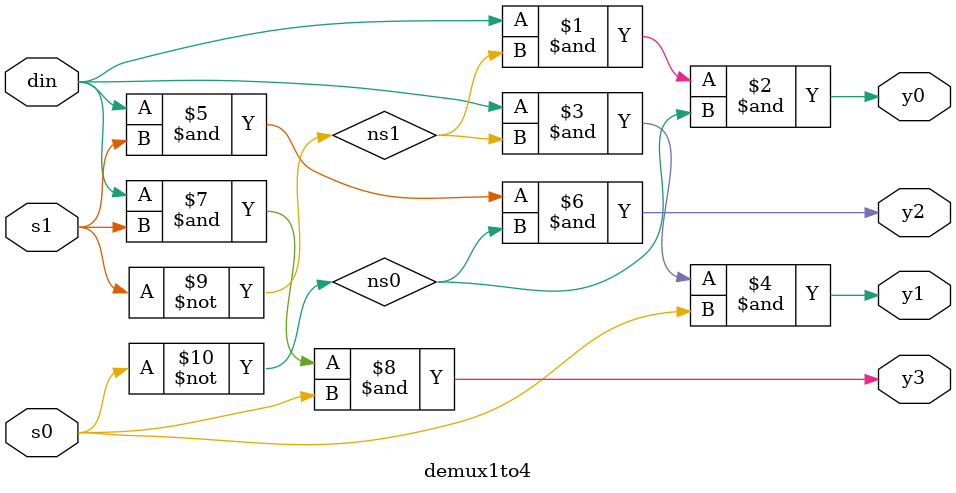
<source format=v>
module demux1to4(din, s1, s0, y0, y1, y2, y3); 
    input din, s1, s0; 
    output y0, y1, y2, y3; 
    wire ns1, ns0; 
    not (ns1, s1); 
    not (ns0, s0); 
    and (y0, din, ns1, ns0); 
    and (y1, din, ns1, s0); 
    and (y2, din, s1, ns0); 
    and (y3, din, s1, s0); 
endmodule 
</source>
